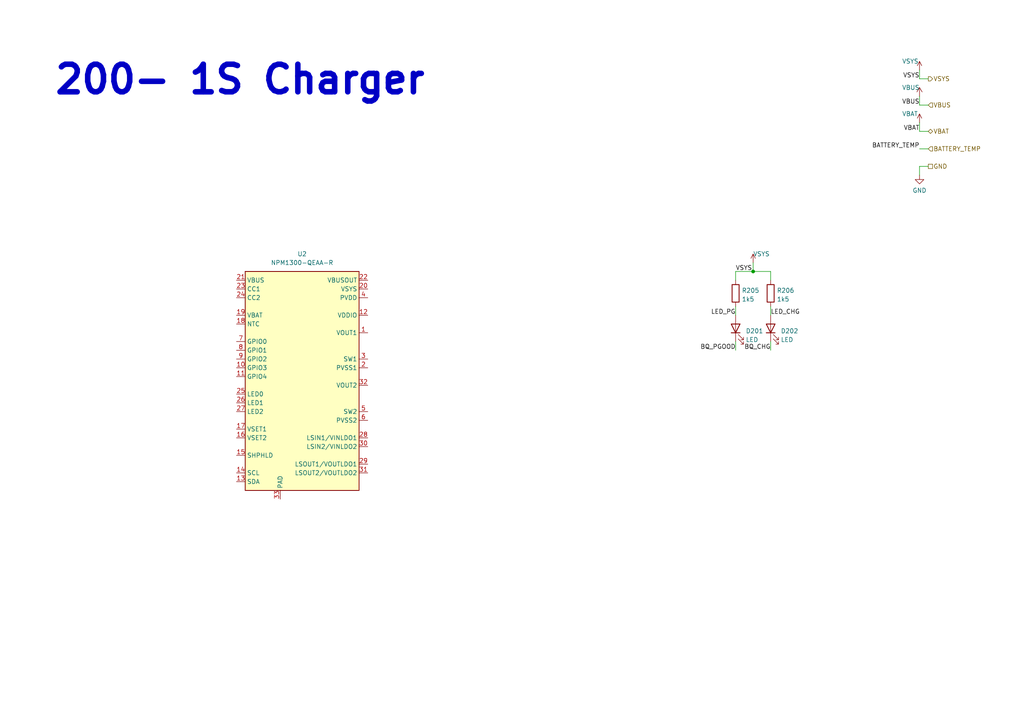
<source format=kicad_sch>
(kicad_sch (version 20231120) (generator "eeschema") (generator_version "8.0")
  (paper "A4")
  (title_block (title "PSoM - nRF52840") (date "2024-09-30") (rev "HW00") (company "PumaCorp") (comment 1 "Design by: NdG"))
  (lib_symbols
    (symbol "Component lib:VBAT" (power) (pin_numbers hide) (in_bom no) (on_board no)
      (property "Value" "VBAT" (at 0 3.81 0))
      (symbol "VBAT_0_0"
        (pin passive line (at 0 0 90) (length 2.54) hide (name "") (number ""))
      )
      (symbol "VBAT_0_1"
        (polyline (pts (xy 0 0) (xy 0 2.54) (xy 0.635 1.27) (xy 0 2.54) (xy -0.635 1.27)) (stroke (width 0.1524)))
      )
    )
    (symbol "Component lib:VSYS" (power) (pin_numbers hide) (in_bom no) (on_board no)
      (property "Value" "VSYS" (at 0 3.81 0))
      (symbol "VSYS_0_0"
        (pin passive line (at 0 0 90) (length 2.54) hide (name "") (number ""))
      )
      (symbol "VSYS_0_1"
        (polyline (pts (xy 0 0) (xy 0 2.54) (xy 0.635 1.27) (xy 0 2.54) (xy -0.635 1.27)) (stroke (width 0.1524)))
      )
    )
    (symbol "Component_lib:LED" (pin_numbers hide) (pin_names (offset 1.016) hide)
      (property "Reference" "D" (at 3.81 2.54 0))
      (property "Value" "LED" (at 3.81 -2.54 0))
      (symbol "LED_0_1"
        (polyline (pts (xy 2.54 -1.27) (xy 2.54 1.27)) (stroke (width 0.254)))
        (polyline (pts (xy 2.54 0) (xy 5.08 0)))
        (polyline (pts (xy 5.08 -1.27) (xy 5.08 1.27) (xy 2.54 0) (xy 5.08 -1.27)) (stroke (width 0.254)))
        (polyline (pts (xy 0.762 -0.762) (xy -0.762 -2.286) (xy 0 -2.286) (xy -0.762 -2.286) (xy -0.762 -1.524)))
        (polyline (pts (xy 2.032 -0.762) (xy 0.508 -2.286) (xy 1.27 -2.286) (xy 0.508 -2.286) (xy 0.508 -1.524)))
      )
      (symbol "LED_1_1"
        (pin passive line (at 0 0 0) (length 2.54) (name "K") (number "1"))
        (pin passive line (at 7.62 0 180) (length 2.54) (name "A") (number "2"))
      )
    )
    (symbol "Component_lib:NPM1300-QEAA-R"
      (property "Reference" "U" (at 2.54 7.62 0))
      (property "Value" "NPM1300-QEAA-R" (at 2.54 5.08 0))
      (symbol "NPM1300-QEAA-R_1_1"
        (rectangle (start 2.54 2.54) (end 35.56 -60.96) (stroke (width 0.254)) (fill (type background)))
        (pin power_in line (at 38.1 -15.24 180) (length 2.54) (name "VOUT1") (number "1"))
        (pin bidirectional line (at 0 -25.4 0) (length 2.54) (name "GPIO3") (number "10"))
        (pin bidirectional line (at 0 -27.94 0) (length 2.54) (name "GPIO4") (number "11"))
        (pin power_in line (at 38.1 -10.16 180) (length 2.54) (name "VDDIO") (number "12"))
        (pin bidirectional line (at 0 -58.42 0) (length 2.54) (name "SDA") (number "13"))
        (pin input line (at 0 -55.88 0) (length 2.54) (name "SCL") (number "14"))
        (pin input line (at 0 -50.8 0) (length 2.54) (name "SHPHLD") (number "15"))
        (pin input line (at 0 -45.72 0) (length 2.54) (name "VSET2") (number "16"))
        (pin input line (at 0 -43.18 0) (length 2.54) (name "VSET1") (number "17"))
        (pin input line (at 0 -12.7 0) (length 2.54) (name "NTC") (number "18"))
        (pin power_in line (at 0 -10.16 0) (length 2.54) (name "VBAT") (number "19"))
        (pin power_in line (at 38.1 -25.4 180) (length 2.54) (name "PVSS1") (number "2"))
        (pin power_in line (at 38.1 -2.54 180) (length 2.54) (name "VSYS") (number "20"))
        (pin power_in line (at 0 0 0) (length 2.54) (name "VBUS") (number "21"))
        (pin output line (at 38.1 0 180) (length 2.54) (name "VBUSOUT") (number "22"))
        (pin input line (at 0 -2.54 0) (length 2.54) (name "CC1") (number "23"))
        (pin input line (at 0 -5.08 0) (length 2.54) (name "CC2") (number "24"))
        (pin output line (at 0 -33.02 0) (length 2.54) (name "LED0") (number "25"))
        (pin output line (at 0 -35.56 0) (length 2.54) (name "LED1") (number "26"))
        (pin output line (at 0 -38.1 0) (length 2.54) (name "LED2") (number "27"))
        (pin power_in line (at 38.1 -45.72 180) (length 2.54) (name "LSIN1/VINLDO1") (number "28"))
        (pin power_in line (at 38.1 -53.34 180) (length 2.54) (name "LSOUT1/VOUTLDO1") (number "29"))
        (pin power_in line (at 38.1 -22.86 180) (length 2.54) (name "SW1") (number "3"))
        (pin power_in line (at 38.1 -48.26 180) (length 2.54) (name "LSIN2/VINLDO2") (number "30"))
        (pin power_in line (at 38.1 -55.88 180) (length 2.54) (name "LSOUT2/VOUTLDO2") (number "31"))
        (pin power_in line (at 38.1 -30.48 180) (length 2.54) (name "VOUT2") (number "32"))
        (pin power_in line (at 12.7 -63.5 90) (length 2.54) (name "PAD") (number "33"))
        (pin power_in line (at 38.1 -5.08 180) (length 2.54) (name "PVDD") (number "4"))
        (pin power_in line (at 38.1 -38.1 180) (length 2.54) (name "SW2") (number "5"))
        (pin power_in line (at 38.1 -40.64 180) (length 2.54) (name "PVSS2") (number "6"))
        (pin bidirectional line (at 0 -17.78 0) (length 2.54) (name "GPIO0") (number "7"))
        (pin bidirectional line (at 0 -20.32 0) (length 2.54) (name "GPIO1") (number "8"))
        (pin bidirectional line (at 0 -22.86 0) (length 2.54) (name "GPIO2") (number "9"))
      )
    )
    (symbol "Component_lib:R" (pin_numbers hide) (pin_names (offset 0))
      (property "Reference" "R" (at 2.032 -3.81 90))
      (property "Value" "R" (at 0 -3.81 90))
      (symbol "R_0_1"
        (rectangle (start -1.016 -6.35) (end 1.016 -1.27) (stroke (width 0.254)))
      )
      (symbol "R_1_1"
        (pin passive line (at 0 0 270) (length 1.27) (name "~") (number "1"))
        (pin passive line (at 0 -7.62 90) (length 1.27) (name "~") (number "2"))
      )
    )
    (symbol "power:GND" (power) (pin_names (offset 0))
      (property "Value" "GND" (at 0 -3.81 0))
      (symbol "GND_0_1"
        (polyline (pts (xy 0 0) (xy 0 -1.27) (xy 1.27 -1.27) (xy 0 -2.54) (xy -1.27 -1.27) (xy 0 -1.27)))
      )
      (symbol "GND_1_1"
        (pin power_in line (at 0 0 270) (length 0) hide (name "GND") (number "1"))
      )
    )
    (symbol "power:VBUS" (power) (pin_names (offset 0))
      (property "Value" "VBUS" (at 0 3.81 0))
      (symbol "VBUS_0_1"
        (polyline (pts (xy -0.762 1.27) (xy 0 2.54)))
        (polyline (pts (xy 0 0) (xy 0 2.54)))
        (polyline (pts (xy 0 2.54) (xy 0.762 1.27)))
      )
      (symbol "VBUS_1_1"
        (pin power_in line (at 0 0 90) (length 0) hide (name "VBUS") (number "1"))
      )
    )
  )
  (junction (at 218.44 78.74))
  (wire (pts (xy 266.7 43.18) (xy 269.24 43.18)))
  (wire (pts (xy 213.36 99.06) (xy 213.36 101.6)))
  (wire (pts (xy 269.24 48.26) (xy 266.7 48.26)))
  (wire (pts (xy 269.24 38.1) (xy 266.7 38.1)))
  (wire (pts (xy 266.7 38.1) (xy 266.7 35.56)))
  (wire (pts (xy 266.7 48.26) (xy 266.7 50.8)))
  (wire (pts (xy 213.36 78.74) (xy 218.44 78.74)))
  (wire (pts (xy 266.7 30.48) (xy 266.7 27.94)))
  (wire (pts (xy 218.44 76.2) (xy 218.44 78.74)))
  (wire (pts (xy 218.44 78.74) (xy 223.52 78.74)))
  (wire (pts (xy 269.24 30.48) (xy 266.7 30.48)))
  (wire (pts (xy 223.52 78.74) (xy 223.52 81.28)))
  (wire (pts (xy 266.7 22.86) (xy 266.7 20.32)))
  (wire (pts (xy 223.52 99.06) (xy 223.52 101.6)))
  (wire (pts (xy 213.36 81.28) (xy 213.36 78.74)))
  (wire (pts (xy 213.36 91.44) (xy 213.36 88.9)))
  (wire (pts (xy 269.24 22.86) (xy 266.7 22.86)))
  (wire (pts (xy 223.52 91.44) (xy 223.52 88.9)))
  (text "200- 1S Charger" (at 15.24 27.94 0) (effects (font (size 8 8) (thickness 1.6) (bold yes)) (justify left bottom)))
  (label "LED_PG" (at 213.36 91.44 180))
  (label "BQ_CHG" (at 223.52 101.6 180))
  (label "VBUS" (at 266.7 30.48 180))
  (label "VSYS" (at 213.36 78.74 0))
  (label "LED_CHG" (at 223.52 91.44 0))
  (label "BQ_PGOOD" (at 213.36 101.6 180))
  (label "BATTERY_TEMP" (at 266.7 43.18 180))
  (label "VBAT" (at 266.7 38.1 180))
  (label "VSYS" (at 266.7 22.86 180))
  (hierarchical_label "BATTERY_TEMP" (shape input) (at 269.24 43.18 0))
  (hierarchical_label "VBAT" (shape bidirectional) (at 269.24 38.1 0))
  (hierarchical_label "VSYS" (shape output) (at 269.24 22.86 0))
  (hierarchical_label "GND" (shape passive) (at 269.24 48.26 0))
  (hierarchical_label "VBUS" (shape input) (at 269.24 30.48 0))
  (symbol (lib_id "Component lib:VBAT") (at 266.7 35.56 0) (unit 1) (in_bom no) (on_board no)
    (property "Reference" "#VBAT0201" (effects (hide yes)))
    (property "Value" "VBAT" (at 261.62 33.02 0) (effects (justify left)))
  )
  (symbol (lib_id "power:VBUS") (at 266.7 27.94 0) (unit 1)
    (property "Reference" "#PWR0201" (effects (hide yes)))
    (property "Value" "VBUS" (at 264.16 25.4 0))
  )
  (symbol (lib_id "power:GND") (at 266.7 50.8 0) (unit 1)
    (property "Reference" "#PWR0202" (effects (hide yes)))
    (property "Value" "GND" (at 266.7 55.2434 0))
  )
  (symbol (lib_id "Component_lib:LED") (at 213.36 99.06 90) (unit 1)
    (property "Reference" "D201" (at 216.281 96.0028 90) (effects (justify right)))
    (property "Value" "LED" (at 216.281 98.5397 90) (effects (justify right)))
    (property "Footprint" "LED_SMD:LED_0402_1005Metric" (effects (hide yes)))
  )
  (symbol (lib_id "Component_lib:NPM1300-QEAA-R") (at 68.58 81.28 0) (unit 1)
    (property "Reference" "U2" (at 87.63 73.66 0))
    (property "Value" "NPM1300-QEAA-R" (at 87.63 76.2 0))
    (property "Footprint" "Component_lib:NPM1300-QEAA-R" (effects (hide yes)))
    (property "Datasheet" "https://www.mouser.ch/ProductDetail/Nordic-Semiconductor/nPM1300-QEAA-R?qs=3pZoU%2F6IRTiFavqFmjPoaw%3D%3D" (effects (hide yes)))
    (property "Description" "Power Management IC (PMIC) with battery charging, accurate fuel gauging and advanced system management features." (effects (hide yes)))
    (property "Height" "0.9" (effects (hide yes)))
    (property "Mouser Part Number" "949-NPM1300-QEAA-R" (effects (hide yes)))
    (property "Mouser Price/Stock" "https://www.mouser.co.uk/ProductDetail/Nordic-Semiconductor/nPM1300-QEAA-R?qs=3pZoU%2F6IRTiFavqFmjPoaw%3D%3D" (effects (hide yes)))
    (property "Manufacturer_Name" "Nordic Semiconductor" (effects (hide yes)))
    (property "Manufacturer_Part_Number" "NPM1300-QEAA-R" (effects (hide yes)))
  )
  (symbol (lib_id "Component lib:VSYS") (at 266.7 20.32 0) (unit 1) (in_bom no) (on_board no)
    (property "Reference" "#VSYS0108" (effects (hide yes)))
    (property "Value" "VSYS" (at 261.62 17.78 0) (effects (justify left)))
  )
  (symbol (lib_id "Component_lib:R") (at 223.52 81.28 0) (unit 1)
    (property "Reference" "R206" (at 225.298 84.2553 0) (effects (justify left)))
    (property "Value" "1k5" (at 225.298 86.7922 0) (effects (justify left)))
    (property "Footprint" "Resistor_SMD:R_0402_1005Metric" (effects (hide yes)))
  )
  (symbol (lib_id "Component_lib:R") (at 213.36 81.28 0) (unit 1)
    (property "Reference" "R205" (at 215.138 84.2553 0) (effects (justify left)))
    (property "Value" "1k5" (at 215.138 86.7922 0) (effects (justify left)))
    (property "Footprint" "Resistor_SMD:R_0402_1005Metric" (effects (hide yes)))
  )
  (symbol (lib_id "Component lib:VSYS") (at 218.44 76.2 0) (unit 1) (in_bom no) (on_board no)
    (property "Reference" "#VSYS0107" (effects (hide yes)))
    (property "Value" "VSYS" (at 218.44 73.66 0) (effects (justify left)))
  )
  (symbol (lib_id "Component_lib:LED") (at 223.52 99.06 90) (unit 1)
    (property "Reference" "D202" (at 226.441 96.0028 90) (effects (justify right)))
    (property "Value" "LED" (at 226.441 98.5397 90) (effects (justify right)))
    (property "Footprint" "LED_SMD:LED_0402_1005Metric" (effects (hide yes)))
  )
)
</source>
